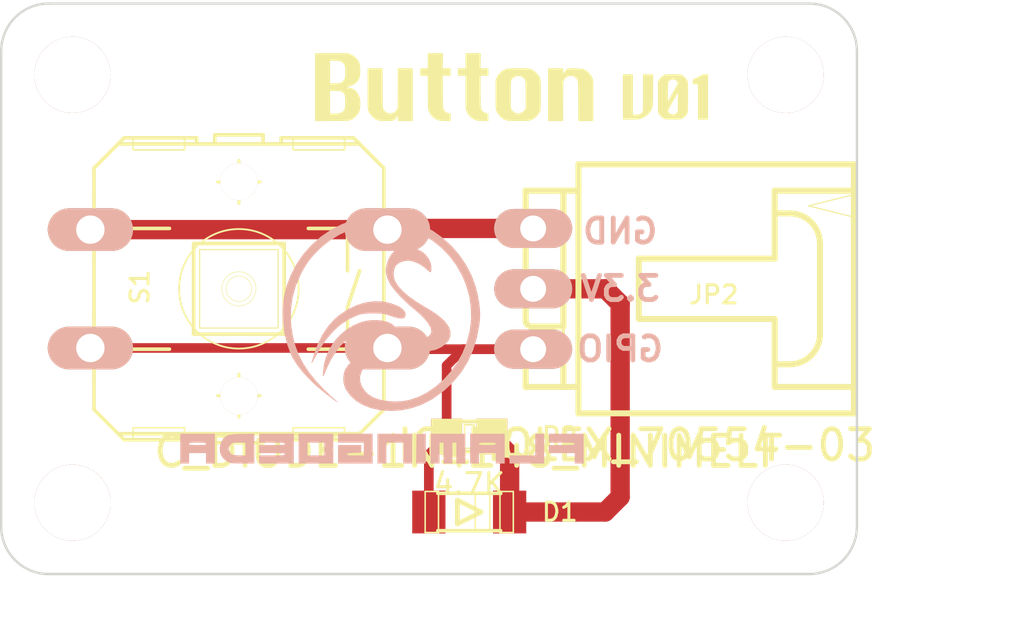
<source format=kicad_pcb>
(kicad_pcb (version 3) (host pcbnew "(2013-07-07 BZR 4022)-stable")

  (general
    (links 8)
    (no_connects 0)
    (area 36.460912 16.4084 92.687266 79.7)
    (thickness 1.6)
    (drawings 13)
    (tracks 18)
    (zones 0)
    (modules 11)
    (nets 4)
  )

  (page A3)
  (layers
    (15 F.Cu signal)
    (0 B.Cu signal)
    (16 B.Adhes user)
    (17 F.Adhes user)
    (18 B.Paste user)
    (19 F.Paste user)
    (20 B.SilkS user)
    (21 F.SilkS user)
    (22 B.Mask user)
    (23 F.Mask user)
    (24 Dwgs.User user)
    (25 Cmts.User user)
    (26 Eco1.User user)
    (27 Eco2.User user)
    (28 Edge.Cuts user)
  )

  (setup
    (last_trace_width 0.4064)
    (trace_clearance 0.2032)
    (zone_clearance 0.381)
    (zone_45_only no)
    (trace_min 0.127)
    (segment_width 0.2)
    (edge_width 0.1)
    (via_size 0.6096)
    (via_drill 0.3048)
    (via_min_size 0.6096)
    (via_min_drill 0.3048)
    (uvia_size 0.508)
    (uvia_drill 0.127)
    (uvias_allowed no)
    (uvia_min_size 0.508)
    (uvia_min_drill 0.127)
    (pcb_text_width 0.3)
    (pcb_text_size 1.5 1.5)
    (mod_edge_width 0.15)
    (mod_text_size 1 1)
    (mod_text_width 0.15)
    (pad_size 1.5 1.5)
    (pad_drill 0.6)
    (pad_to_mask_clearance 0)
    (aux_axis_origin 0 0)
    (visible_elements 7FFF7FFF)
    (pcbplotparams
      (layerselection 284983297)
      (usegerberextensions true)
      (excludeedgelayer true)
      (linewidth 0.150000)
      (plotframeref false)
      (viasonmask false)
      (mode 1)
      (useauxorigin false)
      (hpglpennumber 1)
      (hpglpenspeed 20)
      (hpglpendiameter 15)
      (hpglpenoverlay 2)
      (psnegative false)
      (psa4output false)
      (plotreference true)
      (plotvalue false)
      (plotothertext true)
      (plotinvisibletext false)
      (padsonsilk false)
      (subtractmaskfromsilk false)
      (outputformat 1)
      (mirror false)
      (drillshape 0)
      (scaleselection 1)
      (outputdirectory gerber/))
  )

  (net 0 "")
  (net 1 +3.3V)
  (net 2 GND)
  (net 3 N-000005)

  (net_class Default "This is the default net class."
    (clearance 0.2032)
    (trace_width 0.4064)
    (via_dia 0.6096)
    (via_drill 0.3048)
    (uvia_dia 0.508)
    (uvia_drill 0.127)
    (add_net "")
    (add_net N-000005)
  )

  (net_class VCC ""
    (clearance 0.2032)
    (trace_width 0.8128)
    (via_dia 0.8128)
    (via_drill 0.508)
    (uvia_dia 0.508)
    (uvia_drill 0.127)
    (add_net +3.3V)
    (add_net GND)
  )

  (module C_R_0805 (layer F.Cu) (tedit 54AB3E6B) (tstamp 5345A520)
    (at 59.69 69.215)
    (descr RESISTOR)
    (tags RESISTOR)
    (path /54A90C6A)
    (attr smd)
    (fp_text reference R2 (at 3.81 0) (layer F.SilkS)
      (effects (font (size 0.762 0.762) (thickness 0.127)))
    )
    (fp_text value 4.7K (at 0 1.99898) (layer F.SilkS)
      (effects (font (size 0.889 0.889) (thickness 0.127)))
    )
    (fp_line (start 0.4064 0.6985) (end 1.0541 0.6985) (layer F.SilkS) (width 0.06604))
    (fp_line (start 1.0541 0.6985) (end 1.0541 -0.70104) (layer F.SilkS) (width 0.06604))
    (fp_line (start 0.4064 -0.70104) (end 1.0541 -0.70104) (layer F.SilkS) (width 0.06604))
    (fp_line (start 0.4064 0.6985) (end 0.4064 -0.70104) (layer F.SilkS) (width 0.06604))
    (fp_line (start -1.0668 0.6985) (end -0.41656 0.6985) (layer F.SilkS) (width 0.06604))
    (fp_line (start -0.41656 0.6985) (end -0.41656 -0.70104) (layer F.SilkS) (width 0.06604))
    (fp_line (start -1.0668 -0.70104) (end -0.41656 -0.70104) (layer F.SilkS) (width 0.06604))
    (fp_line (start -1.0668 0.6985) (end -1.0668 -0.70104) (layer F.SilkS) (width 0.06604))
    (fp_line (start -0.19812 0.49784) (end 0.19812 0.49784) (layer F.SilkS) (width 0.06604))
    (fp_line (start 0.19812 0.49784) (end 0.19812 -0.49784) (layer F.SilkS) (width 0.06604))
    (fp_line (start -0.19812 -0.49784) (end 0.19812 -0.49784) (layer F.SilkS) (width 0.06604))
    (fp_line (start -0.19812 0.49784) (end -0.19812 -0.49784) (layer F.SilkS) (width 0.06604))
    (fp_line (start -0.40894 -0.635) (end 0.40894 -0.635) (layer F.SilkS) (width 0.1524))
    (fp_line (start -0.40894 0.635) (end 0.40894 0.635) (layer F.SilkS) (width 0.1524))
    (pad 1 smd rect (at -0.94996 0) (size 1.29794 1.4986)
      (layers F.Cu F.Paste F.SilkS F.Mask)
      (net 3 N-000005)
    )
    (pad 2 smd rect (at 0.94996 0) (size 1.29794 1.4986)
      (layers F.Cu F.Paste F.SilkS F.Mask)
      (net 1 +3.3V)
    )
  )

  (module switch-omron-B3F-40XX (layer F.Cu) (tedit 54AB3F96) (tstamp 54AB3CED)
    (at 50 63 180)
    (descr "OMRON SWITCH")
    (tags "OMRON SWITCH")
    (path /54A90C06)
    (attr virtual)
    (fp_text reference S1 (at 4.167 0.073 270) (layer F.SilkS)
      (effects (font (size 0.762 0.762) (thickness 0.127)))
    )
    (fp_text value C_SW_OMRON-10-XX (at 0.26924 -10.73658 180) (layer F.SilkS) hide
      (effects (font (size 1.27 1.27) (thickness 0.0889)))
    )
    (fp_line (start 6.096 2.921) (end 6.604 2.921) (layer F.SilkS) (width 0.06604))
    (fp_line (start 6.604 2.921) (end 6.604 2.032) (layer F.SilkS) (width 0.06604))
    (fp_line (start 6.096 2.032) (end 6.604 2.032) (layer F.SilkS) (width 0.06604))
    (fp_line (start 6.096 2.921) (end 6.096 2.032) (layer F.SilkS) (width 0.06604))
    (fp_line (start 6.096 -2.032) (end 6.604 -2.032) (layer F.SilkS) (width 0.06604))
    (fp_line (start 6.604 -2.032) (end 6.604 -2.921) (layer F.SilkS) (width 0.06604))
    (fp_line (start 6.096 -2.921) (end 6.604 -2.921) (layer F.SilkS) (width 0.06604))
    (fp_line (start 6.096 -2.032) (end 6.096 -2.921) (layer F.SilkS) (width 0.06604))
    (fp_line (start -6.604 -2.032) (end -6.096 -2.032) (layer F.SilkS) (width 0.06604))
    (fp_line (start -6.096 -2.032) (end -6.096 -2.921) (layer F.SilkS) (width 0.06604))
    (fp_line (start -6.604 -2.921) (end -6.096 -2.921) (layer F.SilkS) (width 0.06604))
    (fp_line (start -6.604 -2.032) (end -6.604 -2.921) (layer F.SilkS) (width 0.06604))
    (fp_line (start -6.604 2.921) (end -6.096 2.921) (layer F.SilkS) (width 0.06604))
    (fp_line (start -6.096 2.921) (end -6.096 2.032) (layer F.SilkS) (width 0.06604))
    (fp_line (start -6.604 2.032) (end -6.096 2.032) (layer F.SilkS) (width 0.06604))
    (fp_line (start -6.604 2.921) (end -6.604 2.032) (layer F.SilkS) (width 0.06604))
    (fp_line (start 2.286 -5.842) (end 4.445 -5.842) (layer F.SilkS) (width 0.06604))
    (fp_line (start 4.445 -5.842) (end 4.445 -6.35) (layer F.SilkS) (width 0.06604))
    (fp_line (start 2.286 -6.35) (end 4.445 -6.35) (layer F.SilkS) (width 0.06604))
    (fp_line (start 2.286 -5.842) (end 2.286 -6.35) (layer F.SilkS) (width 0.06604))
    (fp_line (start -4.445 -5.842) (end -2.286 -5.842) (layer F.SilkS) (width 0.06604))
    (fp_line (start -2.286 -5.842) (end -2.286 -6.35) (layer F.SilkS) (width 0.06604))
    (fp_line (start -4.445 -6.35) (end -2.286 -6.35) (layer F.SilkS) (width 0.06604))
    (fp_line (start -4.445 -5.842) (end -4.445 -6.35) (layer F.SilkS) (width 0.06604))
    (fp_line (start 2.286 6.35) (end 4.445 6.35) (layer F.SilkS) (width 0.06604))
    (fp_line (start 4.445 6.35) (end 4.445 5.842) (layer F.SilkS) (width 0.06604))
    (fp_line (start 2.286 5.842) (end 4.445 5.842) (layer F.SilkS) (width 0.06604))
    (fp_line (start 2.286 6.35) (end 2.286 5.842) (layer F.SilkS) (width 0.06604))
    (fp_line (start -4.445 6.35) (end -2.286 6.35) (layer F.SilkS) (width 0.06604))
    (fp_line (start -2.286 6.35) (end -2.286 5.842) (layer F.SilkS) (width 0.06604))
    (fp_line (start -4.445 5.842) (end -2.286 5.842) (layer F.SilkS) (width 0.06604))
    (fp_line (start -4.445 6.35) (end -4.445 5.842) (layer F.SilkS) (width 0.06604))
    (fp_line (start -1.905 -1.905) (end 1.905 -1.905) (layer F.SilkS) (width 0.1524))
    (fp_line (start 1.905 1.905) (end 1.905 -1.905) (layer F.SilkS) (width 0.1524))
    (fp_line (start 1.905 1.905) (end -1.905 1.905) (layer F.SilkS) (width 0.1524))
    (fp_line (start -1.905 -1.905) (end -1.905 1.905) (layer F.SilkS) (width 0.1524))
    (fp_line (start -1.651 -1.651) (end 1.651 -1.651) (layer F.SilkS) (width 0.0508))
    (fp_line (start 1.651 1.651) (end 1.651 -1.651) (layer F.SilkS) (width 0.0508))
    (fp_line (start 1.651 1.651) (end -1.651 1.651) (layer F.SilkS) (width 0.0508))
    (fp_line (start -1.651 -1.651) (end -1.651 1.651) (layer F.SilkS) (width 0.0508))
    (fp_line (start -1.016 -6.096) (end -1.016 -6.477) (layer F.SilkS) (width 0.1524))
    (fp_line (start -1.016 -6.096) (end 1.016 -6.096) (layer F.SilkS) (width 0.1524))
    (fp_line (start -1.016 -6.477) (end 1.016 -6.477) (layer F.SilkS) (width 0.1524))
    (fp_line (start 1.016 -6.477) (end 1.016 -6.096) (layer F.SilkS) (width 0.1524))
    (fp_line (start 6.096 -5.08) (end 5.08 -6.096) (layer F.SilkS) (width 0.1524))
    (fp_line (start 5.08 -6.096) (end 1.778 -6.096) (layer F.SilkS) (width 0.1524))
    (fp_line (start 6.096 -5.08) (end 6.096 -3.81) (layer F.SilkS) (width 0.1524))
    (fp_line (start 6.096 -1.143) (end 6.096 -3.81) (layer F.SilkS) (width 0.1524))
    (fp_line (start 6.096 -1.143) (end 6.096 1.143) (layer F.SilkS) (width 0.1524))
    (fp_line (start 6.096 3.81) (end 6.096 1.143) (layer F.SilkS) (width 0.1524))
    (fp_line (start 5.08 6.096) (end 6.096 5.08) (layer F.SilkS) (width 0.1524))
    (fp_line (start 6.096 5.08) (end 6.096 3.81) (layer F.SilkS) (width 0.1524))
    (fp_line (start -6.096 -1.143) (end -6.096 -3.81) (layer F.SilkS) (width 0.1524))
    (fp_line (start -6.096 -1.143) (end -6.096 1.143) (layer F.SilkS) (width 0.1524))
    (fp_line (start -6.096 3.81) (end -6.096 1.143) (layer F.SilkS) (width 0.1524))
    (fp_line (start -6.096 3.81) (end -6.096 5.08) (layer F.SilkS) (width 0.1524))
    (fp_line (start -6.096 5.08) (end -5.08 6.096) (layer F.SilkS) (width 0.1524))
    (fp_line (start -5.08 6.096) (end -1.778 6.096) (layer F.SilkS) (width 0.1524))
    (fp_line (start -5.08 -6.096) (end -1.778 -6.096) (layer F.SilkS) (width 0.1524))
    (fp_line (start -5.08 -6.096) (end -6.096 -5.08) (layer F.SilkS) (width 0.1524))
    (fp_line (start -6.096 -5.08) (end -6.096 -3.81) (layer F.SilkS) (width 0.1524))
    (fp_line (start -1.016 6.477) (end 1.016 6.477) (layer F.SilkS) (width 0.1524))
    (fp_line (start -1.016 6.477) (end -1.016 6.096) (layer F.SilkS) (width 0.1524))
    (fp_line (start 1.016 6.096) (end 1.016 6.477) (layer F.SilkS) (width 0.1524))
    (fp_line (start 5.08 -6.096) (end 4.826 -6.35) (layer F.SilkS) (width 0.1524))
    (fp_line (start 4.826 -6.35) (end 1.778 -6.35) (layer F.SilkS) (width 0.1524))
    (fp_line (start 1.778 -6.35) (end 1.778 -6.096) (layer F.SilkS) (width 0.1524))
    (fp_line (start 1.778 -6.096) (end 1.016 -6.096) (layer F.SilkS) (width 0.1524))
    (fp_line (start -1.778 -6.35) (end -1.778 -6.096) (layer F.SilkS) (width 0.1524))
    (fp_line (start -1.778 -6.096) (end -1.016 -6.096) (layer F.SilkS) (width 0.1524))
    (fp_line (start -1.778 -6.35) (end -4.826 -6.35) (layer F.SilkS) (width 0.1524))
    (fp_line (start -5.08 -6.096) (end -4.826 -6.35) (layer F.SilkS) (width 0.1524))
    (fp_line (start -1.016 6.096) (end 1.016 6.096) (layer F.SilkS) (width 0.1524))
    (fp_line (start 1.016 6.096) (end 1.778 6.096) (layer F.SilkS) (width 0.1524))
    (fp_line (start -1.778 6.096) (end -1.778 6.35) (layer F.SilkS) (width 0.1524))
    (fp_line (start -1.778 6.096) (end -1.016 6.096) (layer F.SilkS) (width 0.1524))
    (fp_line (start -1.778 6.35) (end -4.826 6.35) (layer F.SilkS) (width 0.1524))
    (fp_line (start -4.826 6.35) (end -5.08 6.096) (layer F.SilkS) (width 0.1524))
    (fp_line (start 1.778 6.096) (end 1.778 6.35) (layer F.SilkS) (width 0.1524))
    (fp_line (start 1.778 6.096) (end 5.08 6.096) (layer F.SilkS) (width 0.1524))
    (fp_line (start 4.826 6.35) (end 1.778 6.35) (layer F.SilkS) (width 0.1524))
    (fp_line (start 5.08 6.096) (end 4.826 6.35) (layer F.SilkS) (width 0.1524))
    (fp_line (start -5.08 -2.54) (end -4.572 -2.54) (layer F.SilkS) (width 0.1524))
    (fp_line (start 2.921 -2.54) (end 5.08 -2.54) (layer F.SilkS) (width 0.1524))
    (fp_line (start -5.08 2.54) (end -4.572 2.54) (layer F.SilkS) (width 0.1524))
    (fp_line (start 2.921 2.54) (end 5.08 2.54) (layer F.SilkS) (width 0.1524))
    (fp_line (start -4.572 -2.54) (end -4.572 -0.762) (layer F.SilkS) (width 0.1524))
    (fp_line (start -4.572 -2.54) (end -2.921 -2.54) (layer F.SilkS) (width 0.1524))
    (fp_line (start -4.572 -0.762) (end -5.08 0.762) (layer F.SilkS) (width 0.1524))
    (fp_line (start -4.572 0.762) (end -4.572 2.54) (layer F.SilkS) (width 0.1524))
    (fp_line (start -4.572 2.54) (end -2.921 2.54) (layer F.SilkS) (width 0.1524))
    (fp_circle (center 0 0) (end -1.778 1.778) (layer F.SilkS) (width 0.0762))
    (fp_circle (center 0 0) (end -0.508 0.508) (layer F.SilkS) (width 0.0254))
    (fp_circle (center 0 0) (end -0.381 0.381) (layer F.SilkS) (width 0.0254))
    (fp_circle (center -4.572 -2.54) (end -4.6355 -2.6035) (layer F.SilkS) (width 0.0762))
    (fp_circle (center -4.572 2.54) (end -4.6355 2.6035) (layer F.SilkS) (width 0.0762))
    (fp_circle (center 0 4.4958) (end -0.44958 4.94538) (layer F.SilkS) (width 0.127))
    (fp_line (start -0.89916 4.4958) (end 0.89916 4.4958) (layer F.SilkS) (width 0.127))
    (fp_line (start 0 5.3975) (end 0 3.59156) (layer F.SilkS) (width 0.127))
    (fp_circle (center 0 -4.4958) (end -0.44958 -4.94538) (layer F.SilkS) (width 0.127))
    (fp_line (start -0.89916 -4.4958) (end 0.89916 -4.4958) (layer F.SilkS) (width 0.127))
    (fp_line (start 0 -3.59156) (end 0 -5.3975) (layer F.SilkS) (width 0.127))
    (fp_text user 1 (at -6 -38 180) (layer F.SilkS) hide
      (effects (font (size 1.27 1.27) (thickness 0.0889)))
    )
    (fp_text user 2 (at 0 -38 180) (layer F.SilkS) hide
      (effects (font (size 1.27 1.27) (thickness 0.0889)))
    )
    (fp_text user 3 (at -2 -38 180) (layer F.SilkS) hide
      (effects (font (size 1.27 1.27) (thickness 0.0889)))
    )
    (fp_text user 4 (at -4 -38 180) (layer F.SilkS) hide
      (effects (font (size 1.27 1.27) (thickness 0.0889)))
    )
    (pad "" np_thru_hole circle (at 0 4.5085 180) (size 1.55956 1.55956) (drill 1.55956)
      (layers *.Cu *.Paste *.SilkS *.Mask)
    )
    (pad 1 thru_hole oval (at -6.2484 -2.4892 270) (size 1.7907 3.5814) (drill 1.193799)
      (layers *.Cu *.Adhes *.Paste *.SilkS *.Mask)
      (net 3 N-000005)
    )
    (pad 2 thru_hole oval (at 6.2484 -2.4892 270) (size 1.7907 3.5814) (drill 1.193799)
      (layers *.Cu *.Adhes *.Paste *.SilkS *.Mask)
      (net 3 N-000005)
    )
    (pad 3 thru_hole oval (at -6.2484 2.4892 270) (size 1.7907 3.5814) (drill 1.193799)
      (layers *.Cu *.Adhes *.Paste *.SilkS *.Mask)
      (net 2 GND)
    )
    (pad 4 thru_hole oval (at 6.2484 2.4892 270) (size 1.7907 3.5814) (drill 1.193799)
      (layers *.Cu *.Adhes *.Paste *.SilkS *.Mask)
      (net 2 GND)
    )
    (pad "" np_thru_hole circle (at 0 -4.5085 180) (size 1.55956 1.55956) (drill 1.55956)
      (layers *.Cu *.Paste *.SilkS *.Mask)
    )
  )

  (module IO_MOLEX_70554-03 (layer F.Cu) (tedit 54AB3E84) (tstamp 54AB3D31)
    (at 70 63 270)
    (descr "C-GRID SL CONNECTOR")
    (tags "C-GRID SL CONNECTOR")
    (path /54A90BB9)
    (attr virtual)
    (fp_text reference JP2 (at 0.246 0.023 360) (layer F.SilkS)
      (effects (font (size 0.762 0.762) (thickness 0.127)))
    )
    (fp_text value IO_MOLEX_70554-03 (at 6.5786 3.2766 360) (layer F.SilkS)
      (effects (font (size 1.27 1.27) (thickness 0.2032)))
    )
    (fp_line (start -2.8575 7.62) (end -2.2225 7.62) (layer F.SilkS) (width 0.06604))
    (fp_line (start -2.2225 7.62) (end -2.2225 6.35) (layer F.SilkS) (width 0.06604))
    (fp_line (start -2.8575 6.35) (end -2.2225 6.35) (layer F.SilkS) (width 0.06604))
    (fp_line (start -2.8575 7.62) (end -2.8575 6.35) (layer F.SilkS) (width 0.06604))
    (fp_line (start -0.3175 7.62) (end 0.3175 7.62) (layer F.SilkS) (width 0.06604))
    (fp_line (start 0.3175 7.62) (end 0.3175 6.35) (layer F.SilkS) (width 0.06604))
    (fp_line (start -0.3175 6.35) (end 0.3175 6.35) (layer F.SilkS) (width 0.06604))
    (fp_line (start -0.3175 7.62) (end -0.3175 6.35) (layer F.SilkS) (width 0.06604))
    (fp_line (start 2.2225 7.62) (end 2.8575 7.62) (layer F.SilkS) (width 0.06604))
    (fp_line (start 2.8575 7.62) (end 2.8575 6.35) (layer F.SilkS) (width 0.06604))
    (fp_line (start 2.2225 6.35) (end 2.8575 6.35) (layer F.SilkS) (width 0.06604))
    (fp_line (start 2.2225 7.62) (end 2.2225 6.35) (layer F.SilkS) (width 0.06604))
    (fp_line (start 5.23748 -5.87248) (end 4.1275 -5.87248) (layer F.SilkS) (width 0.254))
    (fp_line (start 4.1275 -5.87248) (end -5.23748 -5.87248) (layer F.SilkS) (width 0.254))
    (fp_line (start -5.23748 -5.87248) (end -5.23748 5.715) (layer F.SilkS) (width 0.254))
    (fp_line (start -1.27 -2.54) (end -1.27 3.175) (layer F.SilkS) (width 0.254))
    (fp_line (start -1.27 3.175) (end 1.27 3.175) (layer F.SilkS) (width 0.254))
    (fp_line (start 1.27 3.175) (end 1.27 -2.54) (layer F.SilkS) (width 0.254))
    (fp_line (start -4.1275 -5.87248) (end -4.1275 -2.54) (layer F.SilkS) (width 0.254))
    (fp_line (start -4.1275 -2.54) (end -3.175 -2.54) (layer F.SilkS) (width 0.254))
    (fp_line (start -3.175 -2.54) (end -1.27 -2.54) (layer F.SilkS) (width 0.254))
    (fp_line (start 1.27 -2.54) (end 3.175 -2.54) (layer F.SilkS) (width 0.254))
    (fp_line (start 3.175 -2.54) (end 4.1275 -2.54) (layer F.SilkS) (width 0.254))
    (fp_line (start 4.1275 -2.54) (end 4.1275 -5.87248) (layer F.SilkS) (width 0.254))
    (fp_line (start -3.175 -2.54) (end -3.175 -3.175) (layer F.SilkS) (width 0.254))
    (fp_line (start -1.905 -4.445) (end 1.905 -4.445) (layer F.SilkS) (width 0.254))
    (fp_line (start 3.175 -3.175) (end 3.175 -2.54) (layer F.SilkS) (width 0.254))
    (fp_line (start -5.23748 5.715) (end 5.23748 5.715) (layer F.SilkS) (width 0.254))
    (fp_line (start 5.23748 5.715) (end 5.23748 -5.87248) (layer F.SilkS) (width 0.254))
    (fp_line (start -4.1275 5.715) (end -4.1275 6.35) (layer F.SilkS) (width 0.254))
    (fp_line (start -4.1275 6.35) (end -4.1275 7.9375) (layer F.SilkS) (width 0.254))
    (fp_line (start -4.1275 6.35) (end -3.175 6.35) (layer F.SilkS) (width 0.254))
    (fp_line (start -3.175 6.35) (end -1.905 6.35) (layer F.SilkS) (width 0.127))
    (fp_line (start -1.905 6.35) (end -0.635 6.35) (layer F.SilkS) (width 0.254))
    (fp_line (start -0.635 6.35) (end 0.635 6.35) (layer F.SilkS) (width 0.127))
    (fp_line (start 0.635 6.35) (end 1.5875 6.35) (layer F.SilkS) (width 0.254))
    (fp_line (start -3.175 6.35) (end -3.175 7.6835) (layer F.SilkS) (width 0.254))
    (fp_line (start -3.429 7.9375) (end -4.1275 7.9375) (layer F.SilkS) (width 0.254))
    (fp_line (start -1.905 6.35) (end -1.905 7.6835) (layer F.SilkS) (width 0.254))
    (fp_line (start -0.635 6.35) (end -0.635 7.6835) (layer F.SilkS) (width 0.254))
    (fp_line (start -0.889 7.9375) (end -1.651 7.9375) (layer F.SilkS) (width 0.254))
    (fp_line (start 0.635 6.35) (end 0.635 7.6835) (layer F.SilkS) (width 0.254))
    (fp_line (start 0.889 7.9375) (end 1.3335 7.9375) (layer F.SilkS) (width 0.254))
    (fp_line (start 1.5875 7.6835) (end 1.5875 6.35) (layer F.SilkS) (width 0.254))
    (fp_line (start 4.1275 7.9375) (end 4.1275 6.35) (layer F.SilkS) (width 0.254))
    (fp_line (start 4.1275 6.35) (end 4.1275 5.715) (layer F.SilkS) (width 0.254))
    (fp_line (start 1.5875 6.35) (end 3.175 6.35) (layer F.SilkS) (width 0.127))
    (fp_line (start 3.175 6.35) (end 4.1275 6.35) (layer F.SilkS) (width 0.254))
    (fp_line (start 3.175 6.35) (end 3.175 7.6835) (layer F.SilkS) (width 0.254))
    (fp_line (start 3.429 7.9375) (end 4.1275 7.9375) (layer F.SilkS) (width 0.254))
    (fp_line (start -3.96748 -5.87248) (end -3.48996 -3.96748) (layer F.SilkS) (width 0.0508))
    (fp_line (start -3.48996 -3.96748) (end -3.01498 -5.87248) (layer F.SilkS) (width 0.0508))
    (fp_line (start -3.01498 -5.87248) (end -3.96748 -5.87248) (layer F.SilkS) (width 0.0508))
    (fp_arc (start -1.905 -3.175) (end -3.175 -3.175) (angle 90) (layer F.SilkS) (width 0.254))
    (fp_arc (start 1.905 -3.175) (end 1.905 -4.445) (angle 90) (layer F.SilkS) (width 0.254))
    (fp_arc (start -3.429 7.6835) (end -3.175 7.6835) (angle 90) (layer F.SilkS) (width 0.254))
    (fp_arc (start -1.651 7.6835) (end -1.651 7.9375) (angle 90) (layer F.SilkS) (width 0.254))
    (fp_arc (start -0.889 7.6835) (end -0.635 7.6835) (angle 90) (layer F.SilkS) (width 0.254))
    (fp_arc (start 0.889 7.6835) (end 0.889 7.9375) (angle 90) (layer F.SilkS) (width 0.254))
    (fp_arc (start 1.3335 7.6835) (end 1.5875 7.6835) (angle 90) (layer F.SilkS) (width 0.254))
    (fp_arc (start 3.429 7.6835) (end 3.429 7.9375) (angle 90) (layer F.SilkS) (width 0.254))
    (pad 1 thru_hole oval (at -2.54 7.62 270) (size 1.6383 3.2766) (drill 1.08966)
      (layers *.Cu *.Adhes *.Paste *.SilkS *.Mask)
      (net 2 GND)
    )
    (pad 2 thru_hole oval (at 0 7.62 270) (size 1.6383 3.2766) (drill 1.08966)
      (layers *.Cu *.Adhes *.Paste *.SilkS *.Mask)
      (net 1 +3.3V)
    )
    (pad 3 thru_hole oval (at 2.54 7.62 270) (size 1.6383 3.2766) (drill 1.08966)
      (layers *.Cu *.Adhes *.Paste *.SilkS *.Mask)
      (net 3 N-000005)
    )
  )

  (module IO_HOLE-3.2 (layer F.Cu) (tedit 54AB3F1F) (tstamp 54AB3D36)
    (at 43 54)
    (descr "module 1 pin (ou trou mecanique de percage)")
    (tags DEV)
    (path /54A90CF8)
    (fp_text reference P5 (at -4.265 0.61) (layer F.SilkS) hide
      (effects (font (size 1.016 1.016) (thickness 0.254)))
    )
    (fp_text value IO_HOLE-3.2 (at 0 2.794) (layer F.SilkS) hide
      (effects (font (size 1.016 1.016) (thickness 0.254)))
    )
    (pad "" thru_hole circle (at 0 0) (size 3.2004 3.2004) (drill 3.2004)
      (layers *.Cu *.Paste *.SilkS *.Mask)
    )
  )

  (module IO_HOLE-3.2 (layer F.Cu) (tedit 54AB3F46) (tstamp 54AB3D3B)
    (at 73 54)
    (descr "module 1 pin (ou trou mecanique de percage)")
    (tags DEV)
    (path /54A90CFE)
    (fp_text reference P6 (at 14 1) (layer F.SilkS) hide
      (effects (font (size 1.016 1.016) (thickness 0.254)))
    )
    (fp_text value IO_HOLE-3.2 (at 0 2.794) (layer F.SilkS) hide
      (effects (font (size 1.016 1.016) (thickness 0.254)))
    )
    (pad "" thru_hole circle (at 0 0) (size 3.2004 3.2004) (drill 3.2004)
      (layers *.Cu *.Paste *.SilkS *.Mask)
    )
  )

  (module IO_HOLE-3.2 (layer F.Cu) (tedit 54AB3F1D) (tstamp 54AB3D40)
    (at 43 72)
    (descr "module 1 pin (ou trou mecanique de percage)")
    (tags DEV)
    (path /54A90D04)
    (fp_text reference P7 (at -4.9 -0.245) (layer F.SilkS) hide
      (effects (font (size 1.016 1.016) (thickness 0.254)))
    )
    (fp_text value IO_HOLE-3.2 (at 0 2.794) (layer F.SilkS) hide
      (effects (font (size 1.016 1.016) (thickness 0.254)))
    )
    (pad "" thru_hole circle (at 0 0) (size 3.2004 3.2004) (drill 3.2004)
      (layers *.Cu *.Paste *.SilkS *.Mask)
    )
  )

  (module IO_HOLE-3.2 (layer F.Cu) (tedit 54AB3F44) (tstamp 54AB3D45)
    (at 73 72)
    (descr "module 1 pin (ou trou mecanique de percage)")
    (tags DEV)
    (path /54A90D0A)
    (fp_text reference P8 (at 15 2) (layer F.SilkS) hide
      (effects (font (size 1.016 1.016) (thickness 0.254)))
    )
    (fp_text value IO_HOLE-3.2 (at 0 2.794) (layer F.SilkS) hide
      (effects (font (size 1.016 1.016) (thickness 0.254)))
    )
    (pad "" thru_hole circle (at 0 0) (size 3.2004 3.2004) (drill 3.2004)
      (layers *.Cu *.Paste *.SilkS *.Mask)
    )
  )

  (module C_DIODE-1N4148_MINIMELF (layer F.Cu) (tedit 54AB3E73) (tstamp 54AB3D78)
    (at 59.69 72.39 180)
    (descr "MINI MELF DIODE")
    (tags "MINI MELF DIODE")
    (path /54AB3B64)
    (attr smd)
    (fp_text reference D1 (at -3.81 0 180) (layer F.SilkS)
      (effects (font (size 0.762 0.762) (thickness 0.127)))
    )
    (fp_text value C_DIODE-1N4148_MINIMELF (at 0 2.54 180) (layer F.SilkS)
      (effects (font (size 1.27 1.27) (thickness 0.2032)))
    )
    (fp_line (start -1.8542 0.8636) (end -1.29286 0.8636) (layer F.SilkS) (width 0.06604))
    (fp_line (start -1.29286 0.8636) (end -1.29286 -0.8636) (layer F.SilkS) (width 0.06604))
    (fp_line (start -1.8542 -0.8636) (end -1.29286 -0.8636) (layer F.SilkS) (width 0.06604))
    (fp_line (start -1.8542 0.8636) (end -1.8542 -0.8636) (layer F.SilkS) (width 0.06604))
    (fp_line (start 1.29286 0.8636) (end 1.8542 0.8636) (layer F.SilkS) (width 0.06604))
    (fp_line (start 1.8542 0.8636) (end 1.8542 -0.8636) (layer F.SilkS) (width 0.06604))
    (fp_line (start 1.29286 -0.8636) (end 1.8542 -0.8636) (layer F.SilkS) (width 0.06604))
    (fp_line (start 1.29286 0.8636) (end 1.29286 -0.8636) (layer F.SilkS) (width 0.06604))
    (fp_line (start -0.8636 0.7874) (end -0.254 0.7874) (layer F.SilkS) (width 0.06604))
    (fp_line (start -0.254 0.7874) (end -0.254 -0.7874) (layer F.SilkS) (width 0.06604))
    (fp_line (start -0.8636 -0.7874) (end -0.254 -0.7874) (layer F.SilkS) (width 0.06604))
    (fp_line (start -0.8636 0.7874) (end -0.8636 -0.7874) (layer F.SilkS) (width 0.06604))
    (fp_line (start 1.3208 -0.7874) (end -1.3208 -0.7874) (layer F.SilkS) (width 0.1524))
    (fp_line (start 1.3208 0.7874) (end -1.3208 0.7874) (layer F.SilkS) (width 0.1524))
    (fp_line (start 0.49784 -0.49784) (end -0.49784 0) (layer F.SilkS) (width 0.2032))
    (fp_line (start -0.49784 0) (end 0.49784 0.49784) (layer F.SilkS) (width 0.2032))
    (fp_line (start 0.49784 0.49784) (end 0.49784 -0.49784) (layer F.SilkS) (width 0.2032))
    (pad 1 smd rect (at 1.69926 0 180) (size 1.39954 1.79832)
      (layers F.Cu F.Paste F.Mask)
      (net 3 N-000005)
    )
    (pad 2 smd rect (at -1.69926 0 180) (size 1.39954 1.79832)
      (layers F.Cu F.Paste F.Mask)
      (net 1 +3.3V)
    )
  )

  (module LOGO (layer F.Cu) (tedit 54AB4080) (tstamp 54AB4685)
    (at 67.945 55.245)
    (fp_text reference G*** (at 21 -2) (layer F.SilkS) hide
      (effects (font (size 1.524 1.524) (thickness 0.3048)))
    )
    (fp_text value LOGO (at 0 -13.462) (layer F.SilkS) hide
      (effects (font (size 1.524 1.524) (thickness 0.3048)))
    )
    (fp_poly (pts (xy -0.51816 -1.27) (xy -0.5207 -0.60706) (xy -0.52324 -0.4826) (xy -0.52324 -0.37338)
      (xy -0.52324 -0.2794) (xy -0.52578 -0.19812) (xy -0.52578 -0.12954) (xy -0.52832 -0.07112)
      (xy -0.52832 -0.02032) (xy -0.53086 0.01778) (xy -0.5334 0.0508) (xy -0.53848 0.07874)
      (xy -0.54102 0.10414) (xy -0.5461 0.12446) (xy -0.55118 0.14224) (xy -0.5588 0.16002)
      (xy -0.56642 0.1778) (xy -0.57658 0.19812) (xy -0.58166 0.20828) (xy -0.62738 0.28956)
      (xy -0.6858 0.3683) (xy -0.75438 0.44196) (xy -0.83058 0.50292) (xy -0.91186 0.55626)
      (xy -0.97536 0.5842) (xy -1.00838 0.5969) (xy -1.03886 0.60706) (xy -1.06934 0.61468)
      (xy -1.09982 0.61976) (xy -1.13792 0.62484) (xy -1.1811 0.62992) (xy -1.2319 0.63246)
      (xy -1.29286 0.63246) (xy -1.36652 0.63246) (xy -1.45288 0.63246) (xy -1.47828 0.635)
      (xy -1.7907 0.635) (xy -1.7907 -0.3175) (xy -1.7907 -1.27) (xy -1.57988 -1.27)
      (xy -1.36906 -1.27) (xy -1.36906 -0.42164) (xy -1.36906 0.42418) (xy -1.23444 0.42164)
      (xy -1.18364 0.4191) (xy -1.14554 0.41656) (xy -1.1176 0.41656) (xy -1.09728 0.41148)
      (xy -1.0795 0.4064) (xy -1.06426 0.39878) (xy -1.05918 0.39624) (xy -1.01854 0.3683)
      (xy -0.98298 0.3302) (xy -0.96012 0.28702) (xy -0.9525 0.27178) (xy -0.9525 0.25654)
      (xy -0.94996 0.22606) (xy -0.94996 0.1778) (xy -0.94742 0.11176) (xy -0.94742 0.03048)
      (xy -0.94488 -0.0635) (xy -0.94488 -0.17526) (xy -0.94488 -0.30226) (xy -0.94488 -0.4445)
      (xy -0.94488 -0.51308) (xy -0.94488 -1.27) (xy -0.73152 -1.27) (xy -0.51816 -1.27)
      (xy -0.51816 -1.27)) (layer F.SilkS) (width 0.00254))
    (fp_poly (pts (xy 0.94996 -0.09906) (xy 0.94996 -0.0127) (xy 0.94742 0.05588) (xy 0.94742 0.11938)
      (xy 0.94742 0.16764) (xy 0.94742 0.21082) (xy 0.94488 0.2413) (xy 0.94488 0.26924)
      (xy 0.94234 0.28956) (xy 0.9398 0.3048) (xy 0.93726 0.3175) (xy 0.93472 0.3302)
      (xy 0.93218 0.33528) (xy 0.9144 0.38862) (xy 0.889 0.43434) (xy 0.85598 0.47752)
      (xy 0.81534 0.51562) (xy 0.7493 0.5715) (xy 0.67818 0.60706) (xy 0.62738 0.62484)
      (xy 0.60452 0.62738) (xy 0.5715 0.62992) (xy 0.52578 0.62992) (xy 0.52578 -0.27432)
      (xy 0.52578 -0.33528) (xy 0.52578 -0.38354) (xy 0.52324 -0.4191) (xy 0.52324 -0.44704)
      (xy 0.52324 -0.46228) (xy 0.5207 -0.47244) (xy 0.51816 -0.47752) (xy 0.51816 -0.47752)
      (xy 0.51816 -0.89154) (xy 0.51308 -0.90932) (xy 0.50038 -0.93726) (xy 0.48514 -0.96774)
      (xy 0.46736 -0.9906) (xy 0.46228 -0.99568) (xy 0.42418 -1.0287) (xy 0.37592 -1.04648)
      (xy 0.3175 -1.05156) (xy 0.26416 -1.04648) (xy 0.21844 -1.03124) (xy 0.17526 -1.00076)
      (xy 0.1651 -0.98806) (xy 0.14986 -0.97536) (xy 0.1397 -0.96266) (xy 0.13208 -0.9525)
      (xy 0.12446 -0.93726) (xy 0.11938 -0.91948) (xy 0.1143 -0.89662) (xy 0.11176 -0.86614)
      (xy 0.10922 -0.82804) (xy 0.10668 -0.77978) (xy 0.10668 -0.72136) (xy 0.10414 -0.6477)
      (xy 0.10414 -0.56134) (xy 0.10414 -0.51562) (xy 0.1016 -0.12954) (xy 0.30988 -0.50292)
      (xy 0.35052 -0.57658) (xy 0.38862 -0.64516) (xy 0.42164 -0.70866) (xy 0.45212 -0.76454)
      (xy 0.47752 -0.8128) (xy 0.49784 -0.8509) (xy 0.51054 -0.8763) (xy 0.51816 -0.889)
      (xy 0.51816 -0.89154) (xy 0.51816 -0.47752) (xy 0.51562 -0.47498) (xy 0.51308 -0.47244)
      (xy 0.51054 -0.4699) (xy 0.50292 -0.4572) (xy 0.49022 -0.4318) (xy 0.46736 -0.3937)
      (xy 0.44196 -0.34544) (xy 0.40894 -0.28956) (xy 0.37592 -0.2286) (xy 0.33782 -0.16002)
      (xy 0.30226 -0.09652) (xy 0.10922 0.24638) (xy 0.12192 0.28956) (xy 0.14478 0.33782)
      (xy 0.18034 0.37592) (xy 0.22606 0.40386) (xy 0.27686 0.4191) (xy 0.33274 0.4191)
      (xy 0.37592 0.41148) (xy 0.42926 0.38608) (xy 0.47244 0.34798) (xy 0.49784 0.31242)
      (xy 0.5207 0.27432) (xy 0.52324 -0.10922) (xy 0.52324 -0.20066) (xy 0.52578 -0.27432)
      (xy 0.52578 0.62992) (xy 0.52578 0.63246) (xy 0.4699 0.63246) (xy 0.4064 0.63246)
      (xy 0.3429 0.63246) (xy 0.27432 0.63246) (xy 0.21082 0.63246) (xy 0.14732 0.62992)
      (xy 0.09398 0.62992) (xy 0.04826 0.62738) (xy 0.0127 0.62484) (xy -0.00508 0.6223)
      (xy -0.00508 0.6223) (xy -0.07874 0.59436) (xy -0.14478 0.55118) (xy -0.20574 0.4953)
      (xy -0.254 0.4318) (xy -0.28194 0.38354) (xy -0.31496 0.3175) (xy -0.31496 -0.3175)
      (xy -0.31496 -0.9525) (xy -0.28194 -1.01854) (xy -0.23876 -1.0922) (xy -0.18034 -1.1557)
      (xy -0.11176 -1.20904) (xy -0.03302 -1.24968) (xy -0.0127 -1.25476) (xy 0 -1.25984)
      (xy 0.01524 -1.26238) (xy 0.03556 -1.26492) (xy 0.06604 -1.26492) (xy 0.10668 -1.26746)
      (xy 0.15748 -1.26746) (xy 0.22098 -1.26746) (xy 0.29972 -1.27) (xy 0.31496 -1.27)
      (xy 0.3937 -1.27) (xy 0.4572 -1.26746) (xy 0.508 -1.26746) (xy 0.54864 -1.26746)
      (xy 0.57912 -1.26746) (xy 0.60198 -1.26492) (xy 0.61976 -1.26238) (xy 0.635 -1.25984)
      (xy 0.6477 -1.25476) (xy 0.66294 -1.24968) (xy 0.71374 -1.22936) (xy 0.75184 -1.2065)
      (xy 0.78994 -1.17602) (xy 0.82042 -1.14808) (xy 0.86868 -1.09474) (xy 0.90424 -1.0414)
      (xy 0.92964 -0.98298) (xy 0.93218 -0.97282) (xy 0.93472 -0.96266) (xy 0.93726 -0.9525)
      (xy 0.9398 -0.93726) (xy 0.94234 -0.92202) (xy 0.94488 -0.89916) (xy 0.94488 -0.87376)
      (xy 0.94742 -0.84074) (xy 0.94742 -0.79756) (xy 0.94742 -0.74676) (xy 0.94996 -0.6858)
      (xy 0.94996 -0.61214) (xy 0.94996 -0.52324) (xy 0.94996 -0.42164) (xy 0.94996 -0.3175)
      (xy 0.94996 -0.20066) (xy 0.94996 -0.09906) (xy 0.94996 -0.09906)) (layer F.SilkS) (width 0.00254))
    (fp_poly (pts (xy 1.79324 0.635) (xy 1.58242 0.635) (xy 1.36906 0.635) (xy 1.36906 -0.10414)
      (xy 1.36906 -0.84582) (xy 1.25984 -0.84582) (xy 1.15062 -0.84582) (xy 1.15062 -0.94996)
      (xy 1.15062 -1.0541) (xy 1.36652 -1.16078) (xy 1.57988 -1.27) (xy 1.68656 -1.27)
      (xy 1.79324 -1.27) (xy 1.79324 -0.3175) (xy 1.79324 0.635) (xy 1.79324 0.635)) (layer F.SilkS) (width 0.00254))
  )

  (module LOGO (layer F.Cu) (tedit 54AB4100) (tstamp 54AB46BD)
    (at 59.055 54.991)
    (fp_text reference G*** (at 29.718 3.175) (layer F.SilkS) hide
      (effects (font (size 1.524 1.524) (thickness 0.3048)))
    )
    (fp_text value LOGO (at 0 -13.462) (layer F.SilkS) hide
      (effects (font (size 1.524 1.524) (thickness 0.3048)))
    )
    (fp_poly (pts (xy -3.94716 0.18542) (xy -3.94716 0.27178) (xy -3.95224 0.3556) (xy -3.95732 0.4318)
      (xy -3.96748 0.49022) (xy -3.97256 0.50546) (xy -4.01828 0.61214) (xy -4.08432 0.70866)
      (xy -4.16814 0.79502) (xy -4.2672 0.86614) (xy -4.37388 0.91694) (xy -4.42468 0.93472)
      (xy -4.445 0.93726) (xy -4.47548 0.9398) (xy -4.51866 0.94488) (xy -4.57454 0.94488)
      (xy -4.5847 0.94488) (xy -4.5847 0.06096) (xy -4.5847 -1.02362) (xy -4.5847 -1.10998)
      (xy -4.5847 -1.14046) (xy -4.58724 -1.22174) (xy -4.58978 -1.28016) (xy -4.59232 -1.32334)
      (xy -4.5974 -1.35636) (xy -4.60248 -1.37922) (xy -4.61264 -1.39954) (xy -4.62534 -1.4224)
      (xy -4.62534 -1.42494) (xy -4.6736 -1.4859) (xy -4.74218 -1.53924) (xy -4.81584 -1.57226)
      (xy -4.81838 -1.57226) (xy -4.84886 -1.57734) (xy -4.89966 -1.58242) (xy -4.96316 -1.58496)
      (xy -5.03174 -1.5875) (xy -5.04444 -1.5875) (xy -5.2197 -1.5875) (xy -5.2197 -1.10998)
      (xy -5.2197 -0.63246) (xy -5.01142 -0.635) (xy -4.93522 -0.63754) (xy -4.87934 -0.64008)
      (xy -4.8387 -0.64262) (xy -4.80822 -0.6477) (xy -4.78536 -0.65532) (xy -4.7625 -0.66548)
      (xy -4.74472 -0.67564) (xy -4.68122 -0.72644) (xy -4.63042 -0.78994) (xy -4.5974 -0.86106)
      (xy -4.59486 -0.86614) (xy -4.58978 -0.89916) (xy -4.58724 -0.9525) (xy -4.5847 -1.02362)
      (xy -4.5847 0.06096) (xy -4.58724 -0.0254) (xy -4.5974 -0.09906) (xy -4.6101 -0.15494)
      (xy -4.63042 -0.19812) (xy -4.6609 -0.23368) (xy -4.699 -0.26162) (xy -4.72948 -0.2794)
      (xy -4.75488 -0.28956) (xy -4.78028 -0.29972) (xy -4.80822 -0.3048) (xy -4.84632 -0.30988)
      (xy -4.89712 -0.31242) (xy -4.96824 -0.31496) (xy -5.00634 -0.31496) (xy -5.2197 -0.32004)
      (xy -5.2197 0.15748) (xy -5.2197 0.635) (xy -5.01904 0.63246) (xy -4.93776 0.62992)
      (xy -4.87934 0.62738) (xy -4.83616 0.6223) (xy -4.80314 0.61468) (xy -4.77774 0.60706)
      (xy -4.77012 0.60198) (xy -4.70662 0.56134) (xy -4.65074 0.508) (xy -4.61264 0.45212)
      (xy -4.60502 0.43434) (xy -4.5974 0.40894) (xy -4.59232 0.37338) (xy -4.58978 0.32512)
      (xy -4.58724 0.25908) (xy -4.5847 0.17526) (xy -4.5847 0.06096) (xy -4.5847 0.94488)
      (xy -4.64566 0.94742) (xy -4.7371 0.94996) (xy -4.84632 0.94996) (xy -4.97586 0.94996)
      (xy -5.12826 0.94996) (xy -5.17144 0.94996) (xy -5.85216 0.9525) (xy -5.85216 -0.47498)
      (xy -5.85216 -1.905) (xy -5.15874 -1.905) (xy -4.46278 -1.905) (xy -4.37642 -1.87198)
      (xy -4.29006 -1.83388) (xy -4.21386 -1.78562) (xy -4.1402 -1.71958) (xy -4.11988 -1.69926)
      (xy -4.064 -1.63576) (xy -4.02082 -1.57226) (xy -3.9878 -1.50876) (xy -3.96748 -1.43764)
      (xy -3.95478 -1.35382) (xy -3.9497 -1.25222) (xy -3.9497 -1.1811) (xy -3.95224 -1.06172)
      (xy -3.95986 -0.96266) (xy -3.97764 -0.87884) (xy -4.00304 -0.81026) (xy -4.0386 -0.74676)
      (xy -4.08432 -0.68834) (xy -4.10718 -0.66548) (xy -4.17068 -0.61468) (xy -4.23926 -0.5715)
      (xy -4.32562 -0.5334) (xy -4.4196 -0.50292) (xy -4.46786 -0.48768) (xy -4.4958 -0.47752)
      (xy -4.50088 -0.47244) (xy -4.48818 -0.4699) (xy -4.48056 -0.4699) (xy -4.42722 -0.46228)
      (xy -4.36118 -0.4445) (xy -4.2926 -0.42164) (xy -4.23164 -0.3937) (xy -4.22402 -0.38862)
      (xy -4.1529 -0.33274) (xy -4.08432 -0.25908) (xy -4.02844 -0.17272) (xy -3.98526 -0.0762)
      (xy -3.96748 -0.02286) (xy -3.95732 0.03048) (xy -3.9497 0.1016) (xy -3.94716 0.18542)
      (xy -3.94716 0.18542)) (layer F.SilkS) (width 0.00254))
    (fp_poly (pts (xy -1.73736 0.9525) (xy -2.05486 0.9525) (xy -2.37236 0.9525) (xy -2.3749 0.82042)
      (xy -2.3749 0.69088) (xy -2.39268 0.75184) (xy -2.42316 0.8128) (xy -2.46888 0.86868)
      (xy -2.52222 0.91186) (xy -2.57048 0.93472) (xy -2.60858 0.94234) (xy -2.66954 0.94742)
      (xy -2.75336 0.94996) (xy -2.86004 0.94996) (xy -2.8702 0.94996) (xy -2.96164 0.94996)
      (xy -3.03276 0.94742) (xy -3.08864 0.94488) (xy -3.12928 0.9398) (xy -3.16484 0.93472)
      (xy -3.1877 0.9271) (xy -3.30708 0.8763) (xy -3.41122 0.80518) (xy -3.50012 0.71374)
      (xy -3.57378 0.60452) (xy -3.62458 0.49276) (xy -3.62712 0.47752) (xy -3.62966 0.4572)
      (xy -3.63474 0.4318) (xy -3.63728 0.3937) (xy -3.63728 0.34798) (xy -3.63982 0.28702)
      (xy -3.63982 0.21082) (xy -3.64236 0.11938) (xy -3.64236 0.01016) (xy -3.64236 -0.11684)
      (xy -3.64236 -0.26924) (xy -3.64236 -0.41402) (xy -3.64236 -1.27) (xy -3.32486 -1.27)
      (xy -3.0099 -1.27) (xy -3.00482 -0.43434) (xy -3.00482 -0.2667) (xy -3.00482 -0.12446)
      (xy -3.00228 -0.00254) (xy -3.00228 0.09906) (xy -3.00228 0.18288) (xy -2.99974 0.25146)
      (xy -2.9972 0.3048) (xy -2.9972 0.34798) (xy -2.99466 0.381) (xy -2.98958 0.40386)
      (xy -2.98704 0.42164) (xy -2.9845 0.43434) (xy -2.97942 0.4445) (xy -2.92862 0.51816)
      (xy -2.86512 0.57404) (xy -2.79146 0.6096) (xy -2.71018 0.62738) (xy -2.6289 0.6223)
      (xy -2.54762 0.5969) (xy -2.54508 0.59436) (xy -2.48412 0.55118) (xy -2.43078 0.4953)
      (xy -2.39522 0.4318) (xy -2.3876 0.40894) (xy -2.38252 0.38354) (xy -2.37998 0.33528)
      (xy -2.37998 0.26416) (xy -2.37744 0.16764) (xy -2.3749 0.0508) (xy -2.3749 -0.08636)
      (xy -2.37236 -0.24638) (xy -2.37236 -0.42926) (xy -2.37236 -0.45212) (xy -2.37236 -1.27)
      (xy -2.05486 -1.27) (xy -1.73736 -1.27) (xy -1.73736 -0.15748) (xy -1.73736 0.9525)
      (xy -1.73736 0.9525)) (layer F.SilkS) (width 0.00254))
    (fp_poly (pts (xy -0.14478 0.9525) (xy -0.36322 0.94996) (xy -0.45212 0.94996) (xy -0.5207 0.94742)
      (xy -0.5715 0.94488) (xy -0.61214 0.93726) (xy -0.64516 0.92964) (xy -0.65278 0.9271)
      (xy -0.73914 0.89408) (xy -0.8128 0.85344) (xy -0.88392 0.8001) (xy -0.9017 0.78232)
      (xy -0.98552 0.68834) (xy -1.04902 0.5842) (xy -1.08712 0.4826) (xy -1.0922 0.46228)
      (xy -1.09474 0.43688) (xy -1.09982 0.40894) (xy -1.10236 0.37084) (xy -1.1049 0.32512)
      (xy -1.1049 0.2667) (xy -1.10744 0.19304) (xy -1.10744 0.10414) (xy -1.10744 -0.00254)
      (xy -1.10998 -0.13208) (xy -1.10998 -0.27432) (xy -1.10998 -0.9525) (xy -1.26746 -0.9525)
      (xy -1.42748 -0.9525) (xy -1.42748 -1.10998) (xy -1.42748 -1.27) (xy -1.26746 -1.27)
      (xy -1.10998 -1.27) (xy -1.10998 -1.5875) (xy -1.10998 -1.905) (xy -0.78994 -1.905)
      (xy -0.46736 -1.905) (xy -0.47244 -1.5875) (xy -0.47498 -1.27) (xy -0.30988 -1.27)
      (xy -0.14478 -1.27) (xy -0.14478 -1.10998) (xy -0.14478 -0.9525) (xy -0.30988 -0.9525)
      (xy -0.47498 -0.9525) (xy -0.47498 -0.33274) (xy -0.47498 -0.20574) (xy -0.47244 -0.08636)
      (xy -0.47244 0.0254) (xy -0.4699 0.127) (xy -0.4699 0.2159) (xy -0.46736 0.28702)
      (xy -0.46482 0.33782) (xy -0.46228 0.36576) (xy -0.44196 0.4445) (xy -0.40894 0.508)
      (xy -0.35306 0.5588) (xy -0.29972 0.59182) (xy -0.254 0.61214) (xy -0.21082 0.62738)
      (xy -0.18288 0.63246) (xy -0.14478 0.63246) (xy -0.14478 0.79248) (xy -0.14478 0.9525)
      (xy -0.14478 0.9525)) (layer F.SilkS) (width 0.00254))
    (fp_poly (pts (xy 1.44272 0.9525) (xy 1.22428 0.94996) (xy 1.13538 0.94996) (xy 1.0668 0.94742)
      (xy 1.016 0.94488) (xy 0.97536 0.93726) (xy 0.94234 0.92964) (xy 0.93472 0.9271)
      (xy 0.84836 0.89408) (xy 0.7747 0.85344) (xy 0.70358 0.8001) (xy 0.6858 0.78232)
      (xy 0.60198 0.68834) (xy 0.53848 0.5842) (xy 0.50038 0.4826) (xy 0.4953 0.46228)
      (xy 0.49276 0.43688) (xy 0.48768 0.40894) (xy 0.48514 0.37084) (xy 0.4826 0.32512)
      (xy 0.4826 0.2667) (xy 0.48006 0.19304) (xy 0.48006 0.10414) (xy 0.48006 -0.00254)
      (xy 0.48006 -0.13208) (xy 0.48006 -0.27432) (xy 0.47752 -0.9525) (xy 0.32004 -0.9525)
      (xy 0.16002 -0.9525) (xy 0.16002 -1.10998) (xy 0.16002 -1.27) (xy 0.32004 -1.27)
      (xy 0.47752 -1.27) (xy 0.47752 -1.5875) (xy 0.47752 -1.905) (xy 0.8001 -1.905)
      (xy 1.12014 -1.905) (xy 1.11506 -1.5875) (xy 1.11252 -1.27) (xy 1.27762 -1.27)
      (xy 1.44272 -1.27) (xy 1.44272 -1.10998) (xy 1.44272 -0.9525) (xy 1.27762 -0.9525)
      (xy 1.11252 -0.9525) (xy 1.11252 -0.33274) (xy 1.11252 -0.20574) (xy 1.11506 -0.08636)
      (xy 1.11506 0.0254) (xy 1.1176 0.127) (xy 1.1176 0.2159) (xy 1.12014 0.28702)
      (xy 1.12268 0.33782) (xy 1.12522 0.36576) (xy 1.14554 0.4445) (xy 1.1811 0.508)
      (xy 1.23444 0.5588) (xy 1.29032 0.59182) (xy 1.33604 0.61214) (xy 1.37668 0.62738)
      (xy 1.40716 0.63246) (xy 1.44272 0.63246) (xy 1.44272 0.79248) (xy 1.44272 0.9525)
      (xy 1.44272 0.9525)) (layer F.SilkS) (width 0.00254))
    (fp_poly (pts (xy 3.64744 -0.15748) (xy 3.64744 -0.01016) (xy 3.64744 0.11176) (xy 3.6449 0.2159)
      (xy 3.6449 0.30226) (xy 3.64236 0.37338) (xy 3.63728 0.42926) (xy 3.62966 0.47752)
      (xy 3.62204 0.51562) (xy 3.61188 0.54864) (xy 3.59918 0.57912) (xy 3.58394 0.60706)
      (xy 3.56616 0.63754) (xy 3.55854 0.64516) (xy 3.5179 0.6985) (xy 3.4671 0.75692)
      (xy 3.40614 0.81026) (xy 3.35026 0.85598) (xy 3.29946 0.88646) (xy 3.2639 0.90424)
      (xy 3.23088 0.91694) (xy 3.19532 0.9271) (xy 3.15468 0.93472) (xy 3.10896 0.94234)
      (xy 3.05054 0.94488) (xy 3.00736 0.94742) (xy 3.00736 0.41148) (xy 3.00736 -0.15748)
      (xy 3.00736 -0.29718) (xy 3.00736 -0.41402) (xy 3.00482 -0.51054) (xy 3.00482 -0.58928)
      (xy 3.00228 -0.65024) (xy 2.9972 -0.6985) (xy 2.99212 -0.7366) (xy 2.9845 -0.76454)
      (xy 2.97688 -0.7874) (xy 2.96418 -0.80772) (xy 2.94894 -0.8255) (xy 2.93116 -0.84328)
      (xy 2.91846 -0.85344) (xy 2.85496 -0.90424) (xy 2.78638 -0.93472) (xy 2.7051 -0.94488)
      (xy 2.69494 -0.94488) (xy 2.60604 -0.93218) (xy 2.52984 -0.89662) (xy 2.4638 -0.84074)
      (xy 2.41046 -0.76708) (xy 2.40538 -0.75438) (xy 2.4003 -0.74168) (xy 2.39522 -0.7239)
      (xy 2.39268 -0.70358) (xy 2.39014 -0.6731) (xy 2.3876 -0.63246) (xy 2.38506 -0.58166)
      (xy 2.38506 -0.51308) (xy 2.38506 -0.42926) (xy 2.38506 -0.32258) (xy 2.38506 -0.19558)
      (xy 2.38506 -0.15748) (xy 2.38506 -0.02032) (xy 2.38506 0.09398) (xy 2.38506 0.18796)
      (xy 2.3876 0.26416) (xy 2.3876 0.32512) (xy 2.39268 0.37338) (xy 2.39776 0.41148)
      (xy 2.40538 0.43942) (xy 2.41554 0.46228) (xy 2.42824 0.4826) (xy 2.44602 0.50292)
      (xy 2.4638 0.5207) (xy 2.47142 0.53086) (xy 2.54 0.58674) (xy 2.6162 0.61976)
      (xy 2.70256 0.62992) (xy 2.7686 0.61976) (xy 2.84226 0.59182) (xy 2.91084 0.54356)
      (xy 2.96418 0.4826) (xy 2.9718 0.47244) (xy 3.00736 0.41148) (xy 3.00736 0.94742)
      (xy 2.97942 0.94742) (xy 2.89052 0.94996) (xy 2.78384 0.94996) (xy 2.68986 0.94996)
      (xy 2.57048 0.94996) (xy 2.4765 0.94996) (xy 2.4003 0.94742) (xy 2.34188 0.94742)
      (xy 2.29616 0.94488) (xy 2.2606 0.9398) (xy 2.23266 0.93726) (xy 2.2098 0.92964)
      (xy 2.19964 0.9271) (xy 2.08026 0.8763) (xy 1.97358 0.80518) (xy 1.88468 0.71374)
      (xy 1.81356 0.60452) (xy 1.76276 0.49276) (xy 1.75768 0.47498) (xy 1.75514 0.45212)
      (xy 1.75006 0.42164) (xy 1.74752 0.37846) (xy 1.74752 0.32258) (xy 1.74498 0.254)
      (xy 1.74498 0.16764) (xy 1.74244 0.05842) (xy 1.74244 -0.06604) (xy 1.74244 -0.15748)
      (xy 1.74244 -0.75692) (xy 1.77546 -0.83566) (xy 1.79578 -0.88646) (xy 1.82118 -0.93726)
      (xy 1.83642 -0.96774) (xy 1.87198 -1.01854) (xy 1.92532 -1.07442) (xy 1.98374 -1.12776)
      (xy 2.04216 -1.17348) (xy 2.08026 -1.19634) (xy 2.11836 -1.21412) (xy 2.15392 -1.22936)
      (xy 2.18948 -1.24206) (xy 2.22758 -1.25222) (xy 2.2733 -1.25984) (xy 2.32918 -1.26238)
      (xy 2.39522 -1.26746) (xy 2.47904 -1.26746) (xy 2.58318 -1.26746) (xy 2.69494 -1.26746)
      (xy 2.8194 -1.26746) (xy 2.921 -1.26746) (xy 3.00482 -1.26492) (xy 3.07086 -1.26238)
      (xy 3.1242 -1.2573) (xy 3.16992 -1.25222) (xy 3.20802 -1.24206) (xy 3.24104 -1.22936)
      (xy 3.2766 -1.21666) (xy 3.29946 -1.20396) (xy 3.35026 -1.17348) (xy 3.40868 -1.12776)
      (xy 3.4671 -1.07188) (xy 3.52044 -1.016) (xy 3.55854 -0.96266) (xy 3.57886 -0.93218)
      (xy 3.59664 -0.90424) (xy 3.60934 -0.87376) (xy 3.6195 -0.84328) (xy 3.62966 -0.80772)
      (xy 3.63474 -0.762) (xy 3.63982 -0.70866) (xy 3.6449 -0.64008) (xy 3.6449 -0.5588)
      (xy 3.64744 -0.45974) (xy 3.64744 -0.3429) (xy 3.64744 -0.20066) (xy 3.64744 -0.15748)
      (xy 3.64744 -0.15748)) (layer F.SilkS) (width 0.00254))
    (fp_poly (pts (xy 5.8547 0.9525) (xy 5.5372 0.9525) (xy 5.22224 0.9525) (xy 5.21716 0.10922)
      (xy 5.21716 -0.05842) (xy 5.21716 -0.20574) (xy 5.21462 -0.3302) (xy 5.21462 -0.43688)
      (xy 5.21208 -0.52324) (xy 5.21208 -0.5969) (xy 5.207 -0.65532) (xy 5.20446 -0.70104)
      (xy 5.19938 -0.7366) (xy 5.19176 -0.76454) (xy 5.18414 -0.78486) (xy 5.17398 -0.80264)
      (xy 5.16382 -0.81788) (xy 5.14858 -0.83312) (xy 5.13334 -0.84836) (xy 5.12572 -0.85344)
      (xy 5.06222 -0.90424) (xy 4.99364 -0.93472) (xy 4.91236 -0.94488) (xy 4.9022 -0.94488)
      (xy 4.81838 -0.93472) (xy 4.7498 -0.90678) (xy 4.6863 -0.85344) (xy 4.67868 -0.84836)
      (xy 4.6609 -0.83058) (xy 4.6482 -0.81534) (xy 4.6355 -0.8001) (xy 4.62534 -0.78232)
      (xy 4.61518 -0.762) (xy 4.6101 -0.7366) (xy 4.60248 -0.70358) (xy 4.59994 -0.6604)
      (xy 4.59486 -0.60452) (xy 4.59232 -0.53594) (xy 4.59232 -0.45466) (xy 4.58978 -0.35306)
      (xy 4.58978 -0.23622) (xy 4.58978 -0.09398) (xy 4.58724 0.06604) (xy 4.58724 0.11684)
      (xy 4.5847 0.9525) (xy 4.2672 0.9525) (xy 3.9497 0.9525) (xy 3.9497 -0.15748)
      (xy 3.9497 -1.27) (xy 4.2672 -1.27) (xy 4.5847 -1.27) (xy 4.58724 -1.13792)
      (xy 4.58724 -1.00838) (xy 4.6101 -1.0668) (xy 4.64312 -1.14046) (xy 4.6863 -1.19126)
      (xy 4.7371 -1.22936) (xy 4.75488 -1.23952) (xy 4.78028 -1.24968) (xy 4.80314 -1.2573)
      (xy 4.82854 -1.26238) (xy 4.86156 -1.26492) (xy 4.90728 -1.26746) (xy 4.97078 -1.26746)
      (xy 5.05206 -1.26746) (xy 5.0673 -1.26746) (xy 5.18668 -1.26746) (xy 5.28574 -1.26238)
      (xy 5.36702 -1.25222) (xy 5.4356 -1.23444) (xy 5.49656 -1.21158) (xy 5.55244 -1.17856)
      (xy 5.60578 -1.13792) (xy 5.64642 -1.10236) (xy 5.7277 -1.016) (xy 5.78612 -0.9271)
      (xy 5.82676 -0.83312) (xy 5.83184 -0.82296) (xy 5.83692 -0.80772) (xy 5.83946 -0.78994)
      (xy 5.84454 -0.76708) (xy 5.84708 -0.74168) (xy 5.84962 -0.70866) (xy 5.85216 -0.66294)
      (xy 5.85216 -0.6096) (xy 5.85216 -0.54356) (xy 5.8547 -0.45974) (xy 5.8547 -0.36068)
      (xy 5.8547 -0.2413) (xy 5.8547 -0.1016) (xy 5.8547 0.05842) (xy 5.8547 0.1016)
      (xy 5.8547 0.9525) (xy 5.8547 0.9525)) (layer F.SilkS) (width 0.00254))
  )

  (module mini6 (layer B.Cu) (tedit 0) (tstamp 54AB43C7)
    (at 56 65)
    (fp_text reference VAL (at 0 0) (layer B.SilkS) hide
      (effects (font (size 1.143 1.143) (thickness 0.1778)) (justify mirror))
    )
    (fp_text value mini6 (at 0 0) (layer B.SilkS) hide
      (effects (font (size 1.143 1.143) (thickness 0.1778)) (justify mirror))
    )
    (fp_poly (pts (xy -7.0104 5.34924) (xy -7.19582 5.34924) (xy -7.38378 5.34924) (xy -7.38378 5.1308)
      (xy -7.38378 4.90982) (xy -7.38378 4.5212) (xy -7.39394 4.49834) (xy -7.43458 4.4831)
      (xy -7.51332 4.47294) (xy -7.6454 4.4704) (xy -7.73938 4.4704) (xy -7.90194 4.4704)
      (xy -8.00608 4.47802) (xy -8.06704 4.48818) (xy -8.09244 4.50596) (xy -8.09498 4.5212)
      (xy -8.08228 4.54406) (xy -8.04418 4.5593) (xy -7.9629 4.56692) (xy -7.83336 4.572)
      (xy -7.73938 4.572) (xy -7.57682 4.56946) (xy -7.47014 4.56438) (xy -7.41172 4.55168)
      (xy -7.38632 4.5339) (xy -7.38378 4.5212) (xy -7.38378 4.90982) (xy -7.73938 4.90982)
      (xy -8.09498 4.90982) (xy -8.09498 5.1308) (xy -8.09498 5.34924) (xy -8.2804 5.34924)
      (xy -8.46582 5.34924) (xy -8.46582 4.7244) (xy -8.46582 4.09702) (xy -7.73938 4.09702)
      (xy -7.0104 4.09702) (xy -7.0104 4.7244) (xy -7.0104 5.34924) (xy -7.0104 5.34924)) (layer B.SilkS) (width 0.00254))
    (fp_poly (pts (xy -5.35178 5.34924) (xy -5.72262 5.34924) (xy -5.72262 5.01142) (xy -5.72262 4.73964)
      (xy -5.72262 4.4704) (xy -5.99694 4.4704) (xy -6.13664 4.47294) (xy -6.22808 4.48056)
      (xy -6.28904 4.50088) (xy -6.3373 4.53898) (xy -6.35254 4.55168) (xy -6.42112 4.65328)
      (xy -6.42874 4.7625) (xy -6.39572 4.85394) (xy -6.34746 4.9276) (xy -6.27126 4.97332)
      (xy -6.15442 4.99872) (xy -5.98424 5.00888) (xy -5.969 5.00888) (xy -5.72262 5.01142)
      (xy -5.72262 5.34924) (xy -5.84962 5.34924) (xy -6.05536 5.3467) (xy -6.20268 5.34162)
      (xy -6.30936 5.334) (xy -6.38556 5.31876) (xy -6.44906 5.29336) (xy -6.47192 5.2832)
      (xy -6.62178 5.17652) (xy -6.73354 5.03936) (xy -6.79196 4.89204) (xy -6.79196 4.8895)
      (xy -6.80466 4.69138) (xy -6.7691 4.50596) (xy -6.69036 4.35102) (xy -6.62178 4.2672)
      (xy -6.55066 4.20624) (xy -6.46684 4.16306) (xy -6.35508 4.13512) (xy -6.20776 4.11734)
      (xy -6.01218 4.10718) (xy -5.8674 4.10464) (xy -5.35178 4.09194) (xy -5.35178 4.72186)
      (xy -5.35178 5.34924) (xy -5.35178 5.34924)) (layer B.SilkS) (width 0.00254))
    (fp_poly (pts (xy -3.69062 5.34924) (xy -4.4196 5.34924) (xy -5.14858 5.34924) (xy -5.14858 5.1816)
      (xy -5.14858 5.01142) (xy -4.60502 5.01142) (xy -4.39928 5.01142) (xy -4.25196 5.00888)
      (xy -4.15544 5.00126) (xy -4.09702 4.9911) (xy -4.06908 4.97586) (xy -4.064 4.96062)
      (xy -4.07416 4.94284) (xy -4.10464 4.9276) (xy -4.17322 4.91744) (xy -4.28244 4.91236)
      (xy -4.43992 4.90982) (xy -4.60502 4.90982) (xy -5.14858 4.90982) (xy -5.14858 4.73964)
      (xy -5.14858 4.572) (xy -4.60502 4.572) (xy -4.39928 4.572) (xy -4.25196 4.56692)
      (xy -4.15544 4.56184) (xy -4.09702 4.55168) (xy -4.06908 4.53644) (xy -4.064 4.5212)
      (xy -4.07416 4.50088) (xy -4.10464 4.48818) (xy -4.17322 4.47802) (xy -4.28244 4.47294)
      (xy -4.43992 4.4704) (xy -4.60502 4.4704) (xy -5.14858 4.4704) (xy -5.14858 4.28244)
      (xy -5.14858 4.09702) (xy -4.4196 4.09702) (xy -3.69062 4.09702) (xy -3.69062 4.7244)
      (xy -3.69062 5.34924) (xy -3.69062 5.34924)) (layer B.SilkS) (width 0.00254))
    (fp_poly (pts (xy -2.032 5.34924) (xy -2.40538 5.34924) (xy -2.40538 5.01142) (xy -2.40538 4.4704)
      (xy -3.11658 4.4704) (xy -3.11658 5.01142) (xy -2.40538 5.01142) (xy -2.40538 5.34924)
      (xy -3.48742 5.34924) (xy -3.48742 4.09702) (xy -2.032 4.09702) (xy -2.032 5.34924)
      (xy -2.032 5.34924)) (layer B.SilkS) (width 0.00254))
    (fp_poly (pts (xy -0.37338 5.34924) (xy -1.09982 5.34924) (xy -1.8288 5.34924) (xy -1.8288 4.96062)
      (xy -1.8288 4.572) (xy -1.33604 4.572) (xy -0.84328 4.572) (xy -0.85344 4.73202)
      (xy -0.8636 4.89204) (xy -1.16078 4.9022) (xy -1.3081 4.90982) (xy -1.39954 4.92252)
      (xy -1.44526 4.9403) (xy -1.45542 4.96316) (xy -1.44526 4.98348) (xy -1.40208 4.99872)
      (xy -1.31826 5.00888) (xy -1.1811 5.01142) (xy -1.09982 5.01142) (xy -0.74422 5.01142)
      (xy -0.74422 4.73964) (xy -0.74422 4.4704) (xy -1.28778 4.4704) (xy -1.8288 4.4704)
      (xy -1.8288 4.28244) (xy -1.8288 4.09702) (xy -1.09982 4.09702) (xy -0.37338 4.09702)
      (xy -0.37338 4.7244) (xy -0.37338 5.34924) (xy -0.37338 5.34924)) (layer B.SilkS) (width 0.00254))
    (fp_poly (pts (xy 1.28778 5.34924) (xy 0.9144 5.34924) (xy 0.9144 4.4704) (xy 0.2032 4.4704)
      (xy 0.2032 5.34924) (xy -0.17018 5.34924) (xy -0.17018 4.09702) (xy 1.28778 4.09702)
      (xy 1.28778 5.34924) (xy 1.28778 5.34924)) (layer B.SilkS) (width 0.00254))
    (fp_poly (pts (xy 1.86182 5.34924) (xy 1.65862 5.34924) (xy 1.45542 5.34924) (xy 1.46304 4.73202)
      (xy 1.4732 4.1148) (xy 1.66878 4.10464) (xy 1.86182 4.09448) (xy 1.86182 4.72186)
      (xy 1.86182 5.34924) (xy 1.86182 5.34924)) (layer B.SilkS) (width 0.00254))
    (fp_poly (pts (xy 3.52298 5.34924) (xy 3.1496 5.34924) (xy 3.1496 4.4704) (xy 2.97942 4.4704)
      (xy 2.97942 5.34924) (xy 2.60858 5.34924) (xy 2.60858 4.4704) (xy 2.4384 4.4704)
      (xy 2.4384 5.34924) (xy 2.06502 5.34924) (xy 2.06502 4.09702) (xy 3.52298 4.09702)
      (xy 3.52298 5.34924) (xy 3.52298 5.34924)) (layer B.SilkS) (width 0.00254))
    (fp_poly (pts (xy 5.1816 5.34924) (xy 4.99618 5.34924) (xy 4.80822 5.34924) (xy 4.80822 5.1308)
      (xy 4.80822 4.90982) (xy 4.80822 4.5212) (xy 4.79806 4.49834) (xy 4.75742 4.4831)
      (xy 4.67868 4.47294) (xy 4.5466 4.4704) (xy 4.45262 4.4704) (xy 4.29006 4.4704)
      (xy 4.18592 4.47802) (xy 4.12496 4.48818) (xy 4.09956 4.50596) (xy 4.09702 4.5212)
      (xy 4.10972 4.54406) (xy 4.14782 4.5593) (xy 4.2291 4.56692) (xy 4.35864 4.572)
      (xy 4.45262 4.572) (xy 4.61518 4.56946) (xy 4.72186 4.56438) (xy 4.78028 4.55168)
      (xy 4.80568 4.5339) (xy 4.80822 4.5212) (xy 4.80822 4.90982) (xy 4.45262 4.90982)
      (xy 4.09702 4.90982) (xy 4.09702 5.1308) (xy 4.09702 5.34924) (xy 3.9116 5.34924)
      (xy 3.72618 5.34924) (xy 3.72618 4.7244) (xy 3.72618 4.09702) (xy 4.45262 4.09702)
      (xy 5.1816 4.09702) (xy 5.1816 4.7244) (xy 5.1816 5.34924) (xy 5.1816 5.34924)) (layer B.SilkS) (width 0.00254))
    (fp_poly (pts (xy 6.84022 5.34924) (xy 5.3848 5.34924) (xy 5.3848 5.01142) (xy 6.46938 5.01142)
      (xy 6.46938 4.09702) (xy 6.84022 4.09702) (xy 6.84022 5.34924) (xy 6.84022 5.34924)) (layer B.SilkS) (width 0.00254))
    (fp_poly (pts (xy 8.50138 5.34924) (xy 8.31342 5.34924) (xy 8.128 5.34924) (xy 8.128 5.1308)
      (xy 8.128 4.90982) (xy 7.58698 4.90982) (xy 7.04342 4.90982) (xy 7.04342 4.73964)
      (xy 7.04342 4.572) (xy 7.58698 4.572) (xy 7.79272 4.572) (xy 7.94004 4.56692)
      (xy 8.03656 4.56184) (xy 8.09498 4.55168) (xy 8.12292 4.53644) (xy 8.128 4.5212)
      (xy 8.11784 4.50088) (xy 8.08736 4.48818) (xy 8.01878 4.47802) (xy 7.90956 4.47294)
      (xy 7.75208 4.4704) (xy 7.58698 4.4704) (xy 7.04342 4.4704) (xy 7.04342 4.28244)
      (xy 7.04342 4.09702) (xy 7.7724 4.09702) (xy 8.50138 4.09702) (xy 8.50138 4.7244)
      (xy 8.50138 5.34924) (xy 8.50138 5.34924)) (layer B.SilkS) (width 0.00254))
    (fp_poly (pts (xy 4.15036 -0.93726) (xy 4.1402 -0.68834) (xy 4.11734 -0.48768) (xy 4.0132 0.0635)
      (xy 3.85318 0.57912) (xy 3.63728 1.05918) (xy 3.36296 1.50368) (xy 3.03276 1.90754)
      (xy 2.64922 2.27076) (xy 2.21234 2.59588) (xy 2.07772 2.6797) (xy 1.69672 2.87528)
      (xy 1.28016 3.01752) (xy 0.84836 3.10896) (xy 0.40894 3.13944) (xy -0.02032 3.11404)
      (xy -0.08636 3.10388) (xy -0.4699 3.01244) (xy -0.80264 2.88036) (xy -1.08712 2.7051)
      (xy -1.3208 2.4892) (xy -1.50114 2.23012) (xy -1.53162 2.16916) (xy -1.59258 1.9812)
      (xy -1.61036 1.77038) (xy -1.5875 1.5621) (xy -1.52654 1.38684) (xy -1.40716 1.21412)
      (xy -1.23698 1.03378) (xy -1.02362 0.85344) (xy -0.78232 0.68834) (xy -0.52578 0.54102)
      (xy -0.26416 0.42672) (xy -0.26416 0.42418) (xy -0.03048 0.35052) (xy 0.23876 0.2921)
      (xy 0.55118 0.24638) (xy 0.91948 0.21336) (xy 1.04648 0.2032) (xy 1.2446 0.18796)
      (xy 1.4351 0.17018) (xy 1.59766 0.14732) (xy 1.71704 0.127) (xy 1.75006 0.11938)
      (xy 1.8923 0.05588) (xy 2.0066 -0.03302) (xy 2.08026 -0.13462) (xy 2.09804 -0.21336)
      (xy 2.06756 -0.35306) (xy 1.9812 -0.51816) (xy 1.8415 -0.6985) (xy 1.65608 -0.89408)
      (xy 1.42748 -1.09474) (xy 1.34366 -1.16332) (xy 1.1557 -1.3208) (xy 0.9652 -1.4986)
      (xy 0.77724 -1.68402) (xy 0.6096 -1.86944) (xy 0.4699 -2.03962) (xy 0.3683 -2.1844)
      (xy 0.35052 -2.21996) (xy 0.25146 -2.42824) (xy 0.19558 -2.61112) (xy 0.18288 -2.7813)
      (xy 0.2032 -2.95656) (xy 0.27686 -3.2131) (xy 0.39116 -3.429) (xy 0.53848 -3.5941)
      (xy 0.71628 -3.70332) (xy 0.79502 -3.73126) (xy 0.94742 -3.75158) (xy 1.13538 -3.7465)
      (xy 1.33096 -3.71856) (xy 1.49606 -3.67284) (xy 1.69164 -3.57632) (xy 1.85928 -3.43662)
      (xy 1.98882 -3.26644) (xy 2.07264 -3.07848) (xy 2.10058 -2.90576) (xy 2.0955 -2.77368)
      (xy 2.07772 -2.70764) (xy 2.03962 -2.70002) (xy 1.97104 -2.74828) (xy 1.905 -2.80924)
      (xy 1.72212 -2.95656) (xy 1.52146 -3.0734) (xy 1.31826 -3.15214) (xy 1.13284 -3.18516)
      (xy 1.11506 -3.18516) (xy 0.9271 -3.15976) (xy 0.75692 -3.09372) (xy 0.6223 -2.99212)
      (xy 0.59436 -2.95656) (xy 0.53594 -2.82702) (xy 0.51054 -2.66192) (xy 0.52324 -2.4892)
      (xy 0.5715 -2.32918) (xy 0.57404 -2.32156) (xy 0.70358 -2.11836) (xy 0.89662 -1.905)
      (xy 1.14808 -1.68656) (xy 1.45288 -1.46812) (xy 1.778 -1.27) (xy 2.0828 -1.08966)
      (xy 2.32918 -0.92456) (xy 2.52476 -0.76708) (xy 2.67716 -0.61976) (xy 2.79146 -0.46736)
      (xy 2.84226 -0.37592) (xy 2.90322 -0.19304) (xy 2.89814 -0.01524) (xy 2.8321 0.15748)
      (xy 2.71018 0.30988) (xy 2.53492 0.4445) (xy 2.31902 0.54864) (xy 2.25044 0.56896)
      (xy 2.17932 0.58674) (xy 2.09804 0.60198) (xy 1.99136 0.61468) (xy 1.8542 0.6223)
      (xy 1.6764 0.62992) (xy 1.4478 0.63754) (xy 1.20142 0.64516) (xy 0.89408 0.65532)
      (xy 0.6477 0.66548) (xy 0.44704 0.67564) (xy 0.28448 0.69342) (xy 0.1524 0.71374)
      (xy 0.0381 0.74168) (xy -0.06604 0.77724) (xy -0.17272 0.82296) (xy -0.21844 0.84582)
      (xy -0.42926 0.97536) (xy -0.61214 1.14554) (xy -0.762 1.34112) (xy -0.8636 1.5494)
      (xy -0.90424 1.71958) (xy -0.89408 1.90754) (xy -0.8255 2.09804) (xy -0.70612 2.28092)
      (xy -0.54864 2.4384) (xy -0.3556 2.56032) (xy -0.32004 2.5781) (xy -0.05588 2.667)
      (xy 0.24384 2.72034) (xy 0.56388 2.74066) (xy 0.88138 2.72542) (xy 1.17094 2.67462)
      (xy 1.55956 2.54254) (xy 1.93548 2.34696) (xy 2.29362 2.09804) (xy 2.6289 1.79832)
      (xy 2.9337 1.45542) (xy 3.2004 1.07442) (xy 3.4036 0.70612) (xy 3.58902 0.23876)
      (xy 3.71094 -0.2413) (xy 3.76936 -0.72898) (xy 3.7592 -1.2192) (xy 3.68554 -1.70688)
      (xy 3.54584 -2.1844) (xy 3.38836 -2.56032) (xy 3.14198 -2.99212) (xy 2.85242 -3.38074)
      (xy 2.52222 -3.7211) (xy 2.159 -4.0132) (xy 1.76784 -4.2545) (xy 1.35382 -4.445)
      (xy 0.92456 -4.5847) (xy 0.47752 -4.6736) (xy 0.02794 -4.70662) (xy -0.42672 -4.6863)
      (xy -0.8763 -4.6101) (xy -1.31826 -4.47802) (xy -1.74498 -4.29006) (xy -2.15392 -4.04368)
      (xy -2.53746 -3.73634) (xy -2.60858 -3.6703) (xy -2.86004 -3.41122) (xy -3.06832 -3.15722)
      (xy -3.24866 -2.8829) (xy -3.4036 -2.5908) (xy -3.60426 -2.1209) (xy -3.73888 -1.64846)
      (xy -3.80746 -1.1684) (xy -3.81254 -0.67056) (xy -3.79984 -0.48768) (xy -3.73634 -0.0508)
      (xy -3.63474 0.36322) (xy -3.48742 0.75692) (xy -3.29438 1.13792) (xy -3.05054 1.50876)
      (xy -2.75336 1.8796) (xy -2.39522 2.25806) (xy -1.97866 2.64668) (xy -1.94818 2.67208)
      (xy -1.86944 2.7432) (xy -1.84404 2.77368) (xy -1.86182 2.7686) (xy -1.92278 2.72796)
      (xy -2.02184 2.65938) (xy -2.15392 2.56286) (xy -2.31648 2.4384) (xy -2.35458 2.40792)
      (xy -2.71526 2.11074) (xy -3.03784 1.80594) (xy -3.32232 1.4986) (xy -3.556 1.19888)
      (xy -3.73634 0.9144) (xy -3.81 0.76708) (xy -3.96494 0.34798) (xy -4.0767 -0.10414)
      (xy -4.14528 -0.56896) (xy -4.16306 -1.03124) (xy -4.13512 -1.47574) (xy -4.1148 -1.6129)
      (xy -3.99288 -2.11836) (xy -3.81 -2.59842) (xy -3.57124 -3.05054) (xy -3.28168 -3.46964)
      (xy -2.94386 -3.8481) (xy -2.56286 -4.18592) (xy -2.14376 -4.47294) (xy -1.6891 -4.70916)
      (xy -1.34112 -4.84124) (xy -1.1303 -4.9022) (xy -0.88392 -4.96062) (xy -0.62738 -5.01142)
      (xy -0.37592 -5.04952) (xy -0.15494 -5.07492) (xy -0.01778 -5.08) (xy 0.16256 -5.06984)
      (xy 0.38608 -5.04444) (xy 0.63246 -5.0038) (xy 0.88138 -4.953) (xy 1.11506 -4.89712)
      (xy 1.25476 -4.85902) (xy 1.72466 -4.67614) (xy 2.16662 -4.43484) (xy 2.57556 -4.14274)
      (xy 2.95148 -3.79984) (xy 3.28168 -3.41884) (xy 3.56362 -2.99974) (xy 3.79476 -2.55016)
      (xy 3.96748 -2.07772) (xy 4.04368 -1.77292) (xy 4.1021 -1.45796) (xy 4.13766 -1.18618)
      (xy 4.15036 -0.93726) (xy 4.15036 -0.93726)) (layer B.SilkS) (width 0.00254))
    (fp_poly (pts (xy 0.57658 -0.32512) (xy 0.5461 -0.23368) (xy 0.46228 -0.17272) (xy 0.3302 -0.1397)
      (xy 0.15748 -0.14224) (xy -0.0508 -0.18034) (xy -0.07874 -0.18796) (xy -0.381 -0.23114)
      (xy -0.68072 -0.21082) (xy -0.98806 -0.12192) (xy -1.30048 0.03302) (xy -1.30048 0.03302)
      (xy -1.52146 0.19812) (xy -1.73736 0.4191) (xy -1.94564 0.69088) (xy -2.1336 0.99822)
      (xy -2.29616 1.33604) (xy -2.31648 1.38176) (xy -2.36982 1.50876) (xy -2.41554 1.6129)
      (xy -2.44856 1.6764) (xy -2.45618 1.68656) (xy -2.4638 1.66624) (xy -2.46634 1.59512)
      (xy -2.45872 1.4859) (xy -2.45872 1.46304) (xy -2.41808 1.17348) (xy -2.3495 0.90932)
      (xy -2.24536 0.64262) (xy -2.19456 0.54102) (xy -2.01168 0.23876) (xy -1.77546 -0.03556)
      (xy -1.49352 -0.27432) (xy -1.17856 -0.46736) (xy -0.84074 -0.60706) (xy -0.83058 -0.6096)
      (xy -0.61468 -0.6604) (xy -0.3937 -0.68326) (xy -0.17272 -0.68326) (xy 0.0381 -0.6604)
      (xy 0.22606 -0.61722) (xy 0.38354 -0.55372) (xy 0.50038 -0.47752) (xy 0.56388 -0.38354)
      (xy 0.57658 -0.32512) (xy 0.57658 -0.32512)) (layer B.SilkS) (width 0.00254))
    (fp_poly (pts (xy 1.016 -0.93218) (xy 1.00076 -0.83312) (xy 0.94742 -0.77216) (xy 0.85598 -0.74676)
      (xy 0.71882 -0.75946) (xy 0.53086 -0.80772) (xy 0.3937 -0.85344) (xy 0.254 -0.9017)
      (xy 0.14224 -0.93218) (xy 0.03556 -0.9525) (xy -0.09144 -0.96012) (xy -0.254 -0.9652)
      (xy -0.33782 -0.9652) (xy -0.5334 -0.96266) (xy -0.68072 -0.95504) (xy -0.80264 -0.9398)
      (xy -0.91186 -0.9144) (xy -0.99822 -0.88646) (xy -1.35636 -0.72898) (xy -1.69672 -0.508)
      (xy -2.01676 -0.22352) (xy -2.31902 0.127) (xy -2.60096 0.54356) (xy -2.77876 0.85598)
      (xy -2.84734 0.98044) (xy -2.90068 1.07442) (xy -2.93624 1.12776) (xy -2.9464 1.13284)
      (xy -2.93624 1.08712) (xy -2.91084 0.99314) (xy -2.87274 0.8636) (xy -2.84226 0.75946)
      (xy -2.68224 0.32258) (xy -2.48412 -0.07366) (xy -2.25044 -0.42164) (xy -1.98882 -0.71628)
      (xy -1.78816 -0.889) (xy -1.43256 -1.12776) (xy -1.0668 -1.30556) (xy -0.6985 -1.4224)
      (xy -0.32766 -1.47574) (xy 0.03556 -1.46812) (xy 0.18034 -1.44272) (xy 0.43434 -1.37922)
      (xy 0.65024 -1.29794) (xy 0.82296 -1.20396) (xy 0.94488 -1.09728) (xy 1.00838 -0.98806)
      (xy 1.016 -0.93218) (xy 1.016 -0.93218)) (layer B.SilkS) (width 0.00254))
  )

  (gr_text GPIO (at 66.04 65.532) (layer B.SilkS)
    (effects (font (size 1.016 1.016) (thickness 0.2032)) (justify mirror))
  )
  (gr_text 3.3V (at 66.04 62.992) (layer B.SilkS)
    (effects (font (size 1.016 1.016) (thickness 0.2032)) (justify mirror))
  )
  (gr_text "GND\n" (at 66.04 60.579) (layer B.SilkS)
    (effects (font (size 1.016 1.016) (thickness 0.2032)) (justify mirror))
  )
  (dimension 18 (width 0.3) (layer Dwgs.User)
    (gr_text "18.000 mm" (at 67 78.349999) (layer Dwgs.User)
      (effects (font (size 1.5 1.5) (thickness 0.3)))
    )
    (feature1 (pts (xy 58 75) (xy 58 79.699999)))
    (feature2 (pts (xy 76 75) (xy 76 79.699999)))
    (crossbar (pts (xy 76 76.999999) (xy 58 76.999999)))
    (arrow1a (pts (xy 58 76.999999) (xy 59.126503 76.413579)))
    (arrow1b (pts (xy 58 76.999999) (xy 59.126503 77.586419)))
    (arrow2a (pts (xy 76 76.999999) (xy 74.873497 76.413579)))
    (arrow2b (pts (xy 76 76.999999) (xy 74.873497 77.586419)))
  )
  (gr_arc (start 74 73) (end 76 73) (angle 90) (layer Edge.Cuts) (width 0.1))
  (gr_arc (start 42 73) (end 42 75) (angle 90) (layer Edge.Cuts) (width 0.1))
  (gr_arc (start 42 53) (end 40 53) (angle 90) (layer Edge.Cuts) (width 0.1))
  (gr_arc (start 74 53) (end 74 51) (angle 90) (layer Edge.Cuts) (width 0.1))
  (gr_line (start 76 73) (end 76 53) (angle 90) (layer Edge.Cuts) (width 0.1))
  (gr_line (start 42 75) (end 74 75) (angle 90) (layer Edge.Cuts) (width 0.1))
  (gr_line (start 40 53) (end 40 73) (angle 90) (layer Edge.Cuts) (width 0.1))
  (dimension 24 (width 0.3) (layer Dwgs.User)
    (gr_text "24.000 mm" (at 80.349999 63 270) (layer Dwgs.User)
      (effects (font (size 1.5 1.5) (thickness 0.3)))
    )
    (feature1 (pts (xy 76 75) (xy 81.699999 75)))
    (feature2 (pts (xy 76 51) (xy 81.699999 51)))
    (crossbar (pts (xy 78.999999 51) (xy 78.999999 75)))
    (arrow1a (pts (xy 78.999999 75) (xy 78.413579 73.873497)))
    (arrow1b (pts (xy 78.999999 75) (xy 79.586419 73.873497)))
    (arrow2a (pts (xy 78.999999 51) (xy 78.413579 52.126503)))
    (arrow2b (pts (xy 78.999999 51) (xy 79.586419 52.126503)))
  )
  (gr_line (start 74 51) (end 42 51) (angle 90) (layer Edge.Cuts) (width 0.1))

  (segment (start 61.38926 72.39) (end 61.38926 69.9643) (width 0.8128) (layer F.Cu) (net 1))
  (segment (start 61.38926 69.9643) (end 60.63996 69.215) (width 0.8128) (layer F.Cu) (net 1) (tstamp 54AB481A))
  (segment (start 62.38 63) (end 65.413 63) (width 0.8128) (layer F.Cu) (net 1))
  (segment (start 65.405 72.39) (end 61.38926 72.39) (width 0.8128) (layer F.Cu) (net 1) (tstamp 54AB4817))
  (segment (start 66.04 71.755) (end 65.405 72.39) (width 0.8128) (layer F.Cu) (net 1) (tstamp 54AB4816))
  (segment (start 66.04 63.627) (end 66.04 71.755) (width 0.8128) (layer F.Cu) (net 1) (tstamp 54AB4815))
  (segment (start 65.413 63) (end 66.04 63.627) (width 0.8128) (layer F.Cu) (net 1) (tstamp 54AB4814))
  (segment (start 56.2484 60.5108) (end 43.7516 60.5108) (width 0.8128) (layer F.Cu) (net 2))
  (segment (start 62.38 60.46) (end 56.2992 60.46) (width 0.8128) (layer F.Cu) (net 2))
  (segment (start 56.2992 60.46) (end 56.2484 60.5108) (width 0.8128) (layer F.Cu) (net 2) (tstamp 54AB4829))
  (segment (start 56.2484 65.4892) (end 43.7516 65.4892) (width 0.4064) (layer F.Cu) (net 3))
  (segment (start 62.38 65.54) (end 56.2992 65.54) (width 0.4064) (layer F.Cu) (net 3))
  (segment (start 56.2992 65.54) (end 56.2484 65.4892) (width 0.4064) (layer F.Cu) (net 3) (tstamp 54AB4824))
  (segment (start 58.74004 69.215) (end 58.74004 66.22796) (width 0.4064) (layer F.Cu) (net 3))
  (segment (start 59.428 65.54) (end 62.38 65.54) (width 0.4064) (layer F.Cu) (net 3) (tstamp 54AB4821))
  (segment (start 58.74004 66.22796) (end 59.428 65.54) (width 0.4064) (layer F.Cu) (net 3) (tstamp 54AB4820))
  (segment (start 57.99074 72.39) (end 57.99074 69.9643) (width 0.4064) (layer F.Cu) (net 3))
  (segment (start 57.99074 69.9643) (end 58.74004 69.215) (width 0.4064) (layer F.Cu) (net 3) (tstamp 54AB481D))

)

</source>
